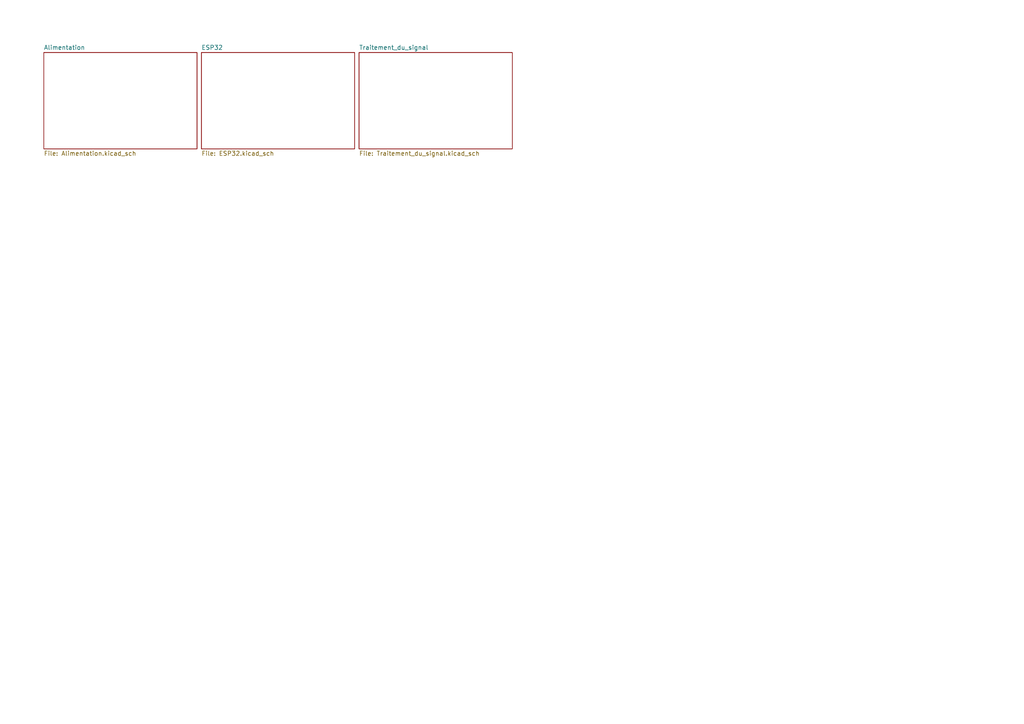
<source format=kicad_sch>
(kicad_sch
	(version 20250114)
	(generator "eeschema")
	(generator_version "9.0")
	(uuid "0bccf54c-be40-4fd0-9c84-cefe1be3bfea")
	(paper "A4")
	(lib_symbols)
	(sheet
		(at 104.14 15.24)
		(size 44.45 27.94)
		(exclude_from_sim no)
		(in_bom yes)
		(on_board yes)
		(dnp no)
		(fields_autoplaced yes)
		(stroke
			(width 0.1524)
			(type solid)
		)
		(fill
			(color 0 0 0 0.0000)
		)
		(uuid "26f9ae4b-2844-48ac-aa8a-32a8a7b705c3")
		(property "Sheetname" "Traitement_du_signal"
			(at 104.14 14.5284 0)
			(effects
				(font
					(size 1.27 1.27)
				)
				(justify left bottom)
			)
		)
		(property "Sheetfile" "Traitement_du_signal.kicad_sch"
			(at 104.14 43.7646 0)
			(effects
				(font
					(size 1.27 1.27)
				)
				(justify left top)
			)
		)
		(instances
			(project "Ampli-Audio"
				(path "/0bccf54c-be40-4fd0-9c84-cefe1be3bfea"
					(page "4")
				)
			)
		)
	)
	(sheet
		(at 12.7 15.24)
		(size 44.45 27.94)
		(exclude_from_sim no)
		(in_bom yes)
		(on_board yes)
		(dnp no)
		(fields_autoplaced yes)
		(stroke
			(width 0.1524)
			(type solid)
		)
		(fill
			(color 0 0 0 0.0000)
		)
		(uuid "bf4e6dde-6dba-4246-8e57-4d12ec12539b")
		(property "Sheetname" "Alimentation"
			(at 12.7 14.5284 0)
			(effects
				(font
					(size 1.27 1.27)
				)
				(justify left bottom)
			)
		)
		(property "Sheetfile" "Alimentation.kicad_sch"
			(at 12.7 43.7646 0)
			(effects
				(font
					(size 1.27 1.27)
				)
				(justify left top)
			)
		)
		(instances
			(project "Ampli-Audio"
				(path "/0bccf54c-be40-4fd0-9c84-cefe1be3bfea"
					(page "2")
				)
			)
		)
	)
	(sheet
		(at 58.42 15.24)
		(size 44.45 27.94)
		(exclude_from_sim no)
		(in_bom yes)
		(on_board yes)
		(dnp no)
		(fields_autoplaced yes)
		(stroke
			(width 0.1524)
			(type solid)
		)
		(fill
			(color 0 0 0 0.0000)
		)
		(uuid "c0f1b15d-c061-49bf-86e2-3fa942cd902b")
		(property "Sheetname" "ESP32"
			(at 58.42 14.5284 0)
			(effects
				(font
					(size 1.27 1.27)
				)
				(justify left bottom)
			)
		)
		(property "Sheetfile" "ESP32.kicad_sch"
			(at 58.42 43.7646 0)
			(effects
				(font
					(size 1.27 1.27)
				)
				(justify left top)
			)
		)
		(instances
			(project "Ampli-Audio"
				(path "/0bccf54c-be40-4fd0-9c84-cefe1be3bfea"
					(page "3")
				)
			)
		)
	)
	(sheet_instances
		(path "/"
			(page "1")
		)
	)
	(embedded_fonts no)
)

</source>
